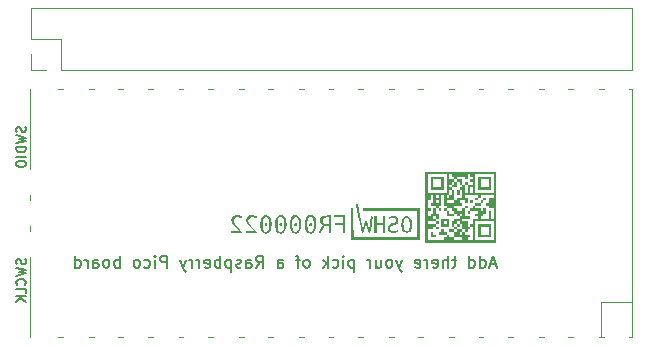
<source format=gbr>
%TF.GenerationSoftware,KiCad,Pcbnew,8.0.6*%
%TF.CreationDate,2024-12-01T10:06:18+07:00*%
%TF.ProjectId,ADC_pHAT_AFE_ADC10080,4144435f-7048-4415-945f-4146455f4144,rev?*%
%TF.SameCoordinates,PX5cbead0PY5705d50*%
%TF.FileFunction,Legend,Bot*%
%TF.FilePolarity,Positive*%
%FSLAX46Y46*%
G04 Gerber Fmt 4.6, Leading zero omitted, Abs format (unit mm)*
G04 Created by KiCad (PCBNEW 8.0.6) date 2024-12-01 10:06:18*
%MOMM*%
%LPD*%
G01*
G04 APERTURE LIST*
%ADD10C,0.150000*%
%ADD11C,0.000000*%
%ADD12C,0.120000*%
G04 APERTURE END LIST*
D10*
X46460839Y7665896D02*
X45984649Y7665896D01*
X46556077Y7380181D02*
X46222744Y8380181D01*
X46222744Y8380181D02*
X45889411Y7380181D01*
X45127506Y7380181D02*
X45127506Y8380181D01*
X45127506Y7427800D02*
X45222744Y7380181D01*
X45222744Y7380181D02*
X45413220Y7380181D01*
X45413220Y7380181D02*
X45508458Y7427800D01*
X45508458Y7427800D02*
X45556077Y7475420D01*
X45556077Y7475420D02*
X45603696Y7570658D01*
X45603696Y7570658D02*
X45603696Y7856372D01*
X45603696Y7856372D02*
X45556077Y7951610D01*
X45556077Y7951610D02*
X45508458Y7999229D01*
X45508458Y7999229D02*
X45413220Y8046848D01*
X45413220Y8046848D02*
X45222744Y8046848D01*
X45222744Y8046848D02*
X45127506Y7999229D01*
X44222744Y7380181D02*
X44222744Y8380181D01*
X44222744Y7427800D02*
X44317982Y7380181D01*
X44317982Y7380181D02*
X44508458Y7380181D01*
X44508458Y7380181D02*
X44603696Y7427800D01*
X44603696Y7427800D02*
X44651315Y7475420D01*
X44651315Y7475420D02*
X44698934Y7570658D01*
X44698934Y7570658D02*
X44698934Y7856372D01*
X44698934Y7856372D02*
X44651315Y7951610D01*
X44651315Y7951610D02*
X44603696Y7999229D01*
X44603696Y7999229D02*
X44508458Y8046848D01*
X44508458Y8046848D02*
X44317982Y8046848D01*
X44317982Y8046848D02*
X44222744Y7999229D01*
X43127505Y8046848D02*
X42746553Y8046848D01*
X42984648Y8380181D02*
X42984648Y7523039D01*
X42984648Y7523039D02*
X42937029Y7427800D01*
X42937029Y7427800D02*
X42841791Y7380181D01*
X42841791Y7380181D02*
X42746553Y7380181D01*
X42413219Y7380181D02*
X42413219Y8380181D01*
X41984648Y7380181D02*
X41984648Y7903991D01*
X41984648Y7903991D02*
X42032267Y7999229D01*
X42032267Y7999229D02*
X42127505Y8046848D01*
X42127505Y8046848D02*
X42270362Y8046848D01*
X42270362Y8046848D02*
X42365600Y7999229D01*
X42365600Y7999229D02*
X42413219Y7951610D01*
X41127505Y7427800D02*
X41222743Y7380181D01*
X41222743Y7380181D02*
X41413219Y7380181D01*
X41413219Y7380181D02*
X41508457Y7427800D01*
X41508457Y7427800D02*
X41556076Y7523039D01*
X41556076Y7523039D02*
X41556076Y7903991D01*
X41556076Y7903991D02*
X41508457Y7999229D01*
X41508457Y7999229D02*
X41413219Y8046848D01*
X41413219Y8046848D02*
X41222743Y8046848D01*
X41222743Y8046848D02*
X41127505Y7999229D01*
X41127505Y7999229D02*
X41079886Y7903991D01*
X41079886Y7903991D02*
X41079886Y7808753D01*
X41079886Y7808753D02*
X41556076Y7713515D01*
X40651314Y7380181D02*
X40651314Y8046848D01*
X40651314Y7856372D02*
X40603695Y7951610D01*
X40603695Y7951610D02*
X40556076Y7999229D01*
X40556076Y7999229D02*
X40460838Y8046848D01*
X40460838Y8046848D02*
X40365600Y8046848D01*
X39651314Y7427800D02*
X39746552Y7380181D01*
X39746552Y7380181D02*
X39937028Y7380181D01*
X39937028Y7380181D02*
X40032266Y7427800D01*
X40032266Y7427800D02*
X40079885Y7523039D01*
X40079885Y7523039D02*
X40079885Y7903991D01*
X40079885Y7903991D02*
X40032266Y7999229D01*
X40032266Y7999229D02*
X39937028Y8046848D01*
X39937028Y8046848D02*
X39746552Y8046848D01*
X39746552Y8046848D02*
X39651314Y7999229D01*
X39651314Y7999229D02*
X39603695Y7903991D01*
X39603695Y7903991D02*
X39603695Y7808753D01*
X39603695Y7808753D02*
X40079885Y7713515D01*
X38508456Y8046848D02*
X38270361Y7380181D01*
X38032266Y8046848D02*
X38270361Y7380181D01*
X38270361Y7380181D02*
X38365599Y7142086D01*
X38365599Y7142086D02*
X38413218Y7094467D01*
X38413218Y7094467D02*
X38508456Y7046848D01*
X37508456Y7380181D02*
X37603694Y7427800D01*
X37603694Y7427800D02*
X37651313Y7475420D01*
X37651313Y7475420D02*
X37698932Y7570658D01*
X37698932Y7570658D02*
X37698932Y7856372D01*
X37698932Y7856372D02*
X37651313Y7951610D01*
X37651313Y7951610D02*
X37603694Y7999229D01*
X37603694Y7999229D02*
X37508456Y8046848D01*
X37508456Y8046848D02*
X37365599Y8046848D01*
X37365599Y8046848D02*
X37270361Y7999229D01*
X37270361Y7999229D02*
X37222742Y7951610D01*
X37222742Y7951610D02*
X37175123Y7856372D01*
X37175123Y7856372D02*
X37175123Y7570658D01*
X37175123Y7570658D02*
X37222742Y7475420D01*
X37222742Y7475420D02*
X37270361Y7427800D01*
X37270361Y7427800D02*
X37365599Y7380181D01*
X37365599Y7380181D02*
X37508456Y7380181D01*
X36317980Y8046848D02*
X36317980Y7380181D01*
X36746551Y8046848D02*
X36746551Y7523039D01*
X36746551Y7523039D02*
X36698932Y7427800D01*
X36698932Y7427800D02*
X36603694Y7380181D01*
X36603694Y7380181D02*
X36460837Y7380181D01*
X36460837Y7380181D02*
X36365599Y7427800D01*
X36365599Y7427800D02*
X36317980Y7475420D01*
X35841789Y7380181D02*
X35841789Y8046848D01*
X35841789Y7856372D02*
X35794170Y7951610D01*
X35794170Y7951610D02*
X35746551Y7999229D01*
X35746551Y7999229D02*
X35651313Y8046848D01*
X35651313Y8046848D02*
X35556075Y8046848D01*
X34460836Y8046848D02*
X34460836Y7046848D01*
X34460836Y7999229D02*
X34365598Y8046848D01*
X34365598Y8046848D02*
X34175122Y8046848D01*
X34175122Y8046848D02*
X34079884Y7999229D01*
X34079884Y7999229D02*
X34032265Y7951610D01*
X34032265Y7951610D02*
X33984646Y7856372D01*
X33984646Y7856372D02*
X33984646Y7570658D01*
X33984646Y7570658D02*
X34032265Y7475420D01*
X34032265Y7475420D02*
X34079884Y7427800D01*
X34079884Y7427800D02*
X34175122Y7380181D01*
X34175122Y7380181D02*
X34365598Y7380181D01*
X34365598Y7380181D02*
X34460836Y7427800D01*
X33556074Y7380181D02*
X33556074Y8046848D01*
X33556074Y8380181D02*
X33603693Y8332562D01*
X33603693Y8332562D02*
X33556074Y8284943D01*
X33556074Y8284943D02*
X33508455Y8332562D01*
X33508455Y8332562D02*
X33556074Y8380181D01*
X33556074Y8380181D02*
X33556074Y8284943D01*
X32651313Y7427800D02*
X32746551Y7380181D01*
X32746551Y7380181D02*
X32937027Y7380181D01*
X32937027Y7380181D02*
X33032265Y7427800D01*
X33032265Y7427800D02*
X33079884Y7475420D01*
X33079884Y7475420D02*
X33127503Y7570658D01*
X33127503Y7570658D02*
X33127503Y7856372D01*
X33127503Y7856372D02*
X33079884Y7951610D01*
X33079884Y7951610D02*
X33032265Y7999229D01*
X33032265Y7999229D02*
X32937027Y8046848D01*
X32937027Y8046848D02*
X32746551Y8046848D01*
X32746551Y8046848D02*
X32651313Y7999229D01*
X32222741Y7380181D02*
X32222741Y8380181D01*
X32127503Y7761134D02*
X31841789Y7380181D01*
X31841789Y8046848D02*
X32222741Y7665896D01*
X30508455Y7380181D02*
X30603693Y7427800D01*
X30603693Y7427800D02*
X30651312Y7475420D01*
X30651312Y7475420D02*
X30698931Y7570658D01*
X30698931Y7570658D02*
X30698931Y7856372D01*
X30698931Y7856372D02*
X30651312Y7951610D01*
X30651312Y7951610D02*
X30603693Y7999229D01*
X30603693Y7999229D02*
X30508455Y8046848D01*
X30508455Y8046848D02*
X30365598Y8046848D01*
X30365598Y8046848D02*
X30270360Y7999229D01*
X30270360Y7999229D02*
X30222741Y7951610D01*
X30222741Y7951610D02*
X30175122Y7856372D01*
X30175122Y7856372D02*
X30175122Y7570658D01*
X30175122Y7570658D02*
X30222741Y7475420D01*
X30222741Y7475420D02*
X30270360Y7427800D01*
X30270360Y7427800D02*
X30365598Y7380181D01*
X30365598Y7380181D02*
X30508455Y7380181D01*
X29889407Y8046848D02*
X29508455Y8046848D01*
X29746550Y7380181D02*
X29746550Y8237324D01*
X29746550Y8237324D02*
X29698931Y8332562D01*
X29698931Y8332562D02*
X29603693Y8380181D01*
X29603693Y8380181D02*
X29508455Y8380181D01*
X27984645Y7380181D02*
X27984645Y7903991D01*
X27984645Y7903991D02*
X28032264Y7999229D01*
X28032264Y7999229D02*
X28127502Y8046848D01*
X28127502Y8046848D02*
X28317978Y8046848D01*
X28317978Y8046848D02*
X28413216Y7999229D01*
X27984645Y7427800D02*
X28079883Y7380181D01*
X28079883Y7380181D02*
X28317978Y7380181D01*
X28317978Y7380181D02*
X28413216Y7427800D01*
X28413216Y7427800D02*
X28460835Y7523039D01*
X28460835Y7523039D02*
X28460835Y7618277D01*
X28460835Y7618277D02*
X28413216Y7713515D01*
X28413216Y7713515D02*
X28317978Y7761134D01*
X28317978Y7761134D02*
X28079883Y7761134D01*
X28079883Y7761134D02*
X27984645Y7808753D01*
X26175121Y7380181D02*
X26508454Y7856372D01*
X26746549Y7380181D02*
X26746549Y8380181D01*
X26746549Y8380181D02*
X26365597Y8380181D01*
X26365597Y8380181D02*
X26270359Y8332562D01*
X26270359Y8332562D02*
X26222740Y8284943D01*
X26222740Y8284943D02*
X26175121Y8189705D01*
X26175121Y8189705D02*
X26175121Y8046848D01*
X26175121Y8046848D02*
X26222740Y7951610D01*
X26222740Y7951610D02*
X26270359Y7903991D01*
X26270359Y7903991D02*
X26365597Y7856372D01*
X26365597Y7856372D02*
X26746549Y7856372D01*
X25317978Y7380181D02*
X25317978Y7903991D01*
X25317978Y7903991D02*
X25365597Y7999229D01*
X25365597Y7999229D02*
X25460835Y8046848D01*
X25460835Y8046848D02*
X25651311Y8046848D01*
X25651311Y8046848D02*
X25746549Y7999229D01*
X25317978Y7427800D02*
X25413216Y7380181D01*
X25413216Y7380181D02*
X25651311Y7380181D01*
X25651311Y7380181D02*
X25746549Y7427800D01*
X25746549Y7427800D02*
X25794168Y7523039D01*
X25794168Y7523039D02*
X25794168Y7618277D01*
X25794168Y7618277D02*
X25746549Y7713515D01*
X25746549Y7713515D02*
X25651311Y7761134D01*
X25651311Y7761134D02*
X25413216Y7761134D01*
X25413216Y7761134D02*
X25317978Y7808753D01*
X24889406Y7427800D02*
X24794168Y7380181D01*
X24794168Y7380181D02*
X24603692Y7380181D01*
X24603692Y7380181D02*
X24508454Y7427800D01*
X24508454Y7427800D02*
X24460835Y7523039D01*
X24460835Y7523039D02*
X24460835Y7570658D01*
X24460835Y7570658D02*
X24508454Y7665896D01*
X24508454Y7665896D02*
X24603692Y7713515D01*
X24603692Y7713515D02*
X24746549Y7713515D01*
X24746549Y7713515D02*
X24841787Y7761134D01*
X24841787Y7761134D02*
X24889406Y7856372D01*
X24889406Y7856372D02*
X24889406Y7903991D01*
X24889406Y7903991D02*
X24841787Y7999229D01*
X24841787Y7999229D02*
X24746549Y8046848D01*
X24746549Y8046848D02*
X24603692Y8046848D01*
X24603692Y8046848D02*
X24508454Y7999229D01*
X24032263Y8046848D02*
X24032263Y7046848D01*
X24032263Y7999229D02*
X23937025Y8046848D01*
X23937025Y8046848D02*
X23746549Y8046848D01*
X23746549Y8046848D02*
X23651311Y7999229D01*
X23651311Y7999229D02*
X23603692Y7951610D01*
X23603692Y7951610D02*
X23556073Y7856372D01*
X23556073Y7856372D02*
X23556073Y7570658D01*
X23556073Y7570658D02*
X23603692Y7475420D01*
X23603692Y7475420D02*
X23651311Y7427800D01*
X23651311Y7427800D02*
X23746549Y7380181D01*
X23746549Y7380181D02*
X23937025Y7380181D01*
X23937025Y7380181D02*
X24032263Y7427800D01*
X23127501Y7380181D02*
X23127501Y8380181D01*
X23127501Y7999229D02*
X23032263Y8046848D01*
X23032263Y8046848D02*
X22841787Y8046848D01*
X22841787Y8046848D02*
X22746549Y7999229D01*
X22746549Y7999229D02*
X22698930Y7951610D01*
X22698930Y7951610D02*
X22651311Y7856372D01*
X22651311Y7856372D02*
X22651311Y7570658D01*
X22651311Y7570658D02*
X22698930Y7475420D01*
X22698930Y7475420D02*
X22746549Y7427800D01*
X22746549Y7427800D02*
X22841787Y7380181D01*
X22841787Y7380181D02*
X23032263Y7380181D01*
X23032263Y7380181D02*
X23127501Y7427800D01*
X21841787Y7427800D02*
X21937025Y7380181D01*
X21937025Y7380181D02*
X22127501Y7380181D01*
X22127501Y7380181D02*
X22222739Y7427800D01*
X22222739Y7427800D02*
X22270358Y7523039D01*
X22270358Y7523039D02*
X22270358Y7903991D01*
X22270358Y7903991D02*
X22222739Y7999229D01*
X22222739Y7999229D02*
X22127501Y8046848D01*
X22127501Y8046848D02*
X21937025Y8046848D01*
X21937025Y8046848D02*
X21841787Y7999229D01*
X21841787Y7999229D02*
X21794168Y7903991D01*
X21794168Y7903991D02*
X21794168Y7808753D01*
X21794168Y7808753D02*
X22270358Y7713515D01*
X21365596Y7380181D02*
X21365596Y8046848D01*
X21365596Y7856372D02*
X21317977Y7951610D01*
X21317977Y7951610D02*
X21270358Y7999229D01*
X21270358Y7999229D02*
X21175120Y8046848D01*
X21175120Y8046848D02*
X21079882Y8046848D01*
X20746548Y7380181D02*
X20746548Y8046848D01*
X20746548Y7856372D02*
X20698929Y7951610D01*
X20698929Y7951610D02*
X20651310Y7999229D01*
X20651310Y7999229D02*
X20556072Y8046848D01*
X20556072Y8046848D02*
X20460834Y8046848D01*
X20222738Y8046848D02*
X19984643Y7380181D01*
X19746548Y8046848D02*
X19984643Y7380181D01*
X19984643Y7380181D02*
X20079881Y7142086D01*
X20079881Y7142086D02*
X20127500Y7094467D01*
X20127500Y7094467D02*
X20222738Y7046848D01*
X18603690Y7380181D02*
X18603690Y8380181D01*
X18603690Y8380181D02*
X18222738Y8380181D01*
X18222738Y8380181D02*
X18127500Y8332562D01*
X18127500Y8332562D02*
X18079881Y8284943D01*
X18079881Y8284943D02*
X18032262Y8189705D01*
X18032262Y8189705D02*
X18032262Y8046848D01*
X18032262Y8046848D02*
X18079881Y7951610D01*
X18079881Y7951610D02*
X18127500Y7903991D01*
X18127500Y7903991D02*
X18222738Y7856372D01*
X18222738Y7856372D02*
X18603690Y7856372D01*
X17603690Y7380181D02*
X17603690Y8046848D01*
X17603690Y8380181D02*
X17651309Y8332562D01*
X17651309Y8332562D02*
X17603690Y8284943D01*
X17603690Y8284943D02*
X17556071Y8332562D01*
X17556071Y8332562D02*
X17603690Y8380181D01*
X17603690Y8380181D02*
X17603690Y8284943D01*
X16698929Y7427800D02*
X16794167Y7380181D01*
X16794167Y7380181D02*
X16984643Y7380181D01*
X16984643Y7380181D02*
X17079881Y7427800D01*
X17079881Y7427800D02*
X17127500Y7475420D01*
X17127500Y7475420D02*
X17175119Y7570658D01*
X17175119Y7570658D02*
X17175119Y7856372D01*
X17175119Y7856372D02*
X17127500Y7951610D01*
X17127500Y7951610D02*
X17079881Y7999229D01*
X17079881Y7999229D02*
X16984643Y8046848D01*
X16984643Y8046848D02*
X16794167Y8046848D01*
X16794167Y8046848D02*
X16698929Y7999229D01*
X16127500Y7380181D02*
X16222738Y7427800D01*
X16222738Y7427800D02*
X16270357Y7475420D01*
X16270357Y7475420D02*
X16317976Y7570658D01*
X16317976Y7570658D02*
X16317976Y7856372D01*
X16317976Y7856372D02*
X16270357Y7951610D01*
X16270357Y7951610D02*
X16222738Y7999229D01*
X16222738Y7999229D02*
X16127500Y8046848D01*
X16127500Y8046848D02*
X15984643Y8046848D01*
X15984643Y8046848D02*
X15889405Y7999229D01*
X15889405Y7999229D02*
X15841786Y7951610D01*
X15841786Y7951610D02*
X15794167Y7856372D01*
X15794167Y7856372D02*
X15794167Y7570658D01*
X15794167Y7570658D02*
X15841786Y7475420D01*
X15841786Y7475420D02*
X15889405Y7427800D01*
X15889405Y7427800D02*
X15984643Y7380181D01*
X15984643Y7380181D02*
X16127500Y7380181D01*
X14603690Y7380181D02*
X14603690Y8380181D01*
X14603690Y7999229D02*
X14508452Y8046848D01*
X14508452Y8046848D02*
X14317976Y8046848D01*
X14317976Y8046848D02*
X14222738Y7999229D01*
X14222738Y7999229D02*
X14175119Y7951610D01*
X14175119Y7951610D02*
X14127500Y7856372D01*
X14127500Y7856372D02*
X14127500Y7570658D01*
X14127500Y7570658D02*
X14175119Y7475420D01*
X14175119Y7475420D02*
X14222738Y7427800D01*
X14222738Y7427800D02*
X14317976Y7380181D01*
X14317976Y7380181D02*
X14508452Y7380181D01*
X14508452Y7380181D02*
X14603690Y7427800D01*
X13556071Y7380181D02*
X13651309Y7427800D01*
X13651309Y7427800D02*
X13698928Y7475420D01*
X13698928Y7475420D02*
X13746547Y7570658D01*
X13746547Y7570658D02*
X13746547Y7856372D01*
X13746547Y7856372D02*
X13698928Y7951610D01*
X13698928Y7951610D02*
X13651309Y7999229D01*
X13651309Y7999229D02*
X13556071Y8046848D01*
X13556071Y8046848D02*
X13413214Y8046848D01*
X13413214Y8046848D02*
X13317976Y7999229D01*
X13317976Y7999229D02*
X13270357Y7951610D01*
X13270357Y7951610D02*
X13222738Y7856372D01*
X13222738Y7856372D02*
X13222738Y7570658D01*
X13222738Y7570658D02*
X13270357Y7475420D01*
X13270357Y7475420D02*
X13317976Y7427800D01*
X13317976Y7427800D02*
X13413214Y7380181D01*
X13413214Y7380181D02*
X13556071Y7380181D01*
X12365595Y7380181D02*
X12365595Y7903991D01*
X12365595Y7903991D02*
X12413214Y7999229D01*
X12413214Y7999229D02*
X12508452Y8046848D01*
X12508452Y8046848D02*
X12698928Y8046848D01*
X12698928Y8046848D02*
X12794166Y7999229D01*
X12365595Y7427800D02*
X12460833Y7380181D01*
X12460833Y7380181D02*
X12698928Y7380181D01*
X12698928Y7380181D02*
X12794166Y7427800D01*
X12794166Y7427800D02*
X12841785Y7523039D01*
X12841785Y7523039D02*
X12841785Y7618277D01*
X12841785Y7618277D02*
X12794166Y7713515D01*
X12794166Y7713515D02*
X12698928Y7761134D01*
X12698928Y7761134D02*
X12460833Y7761134D01*
X12460833Y7761134D02*
X12365595Y7808753D01*
X11889404Y7380181D02*
X11889404Y8046848D01*
X11889404Y7856372D02*
X11841785Y7951610D01*
X11841785Y7951610D02*
X11794166Y7999229D01*
X11794166Y7999229D02*
X11698928Y8046848D01*
X11698928Y8046848D02*
X11603690Y8046848D01*
X10841785Y7380181D02*
X10841785Y8380181D01*
X10841785Y7427800D02*
X10937023Y7380181D01*
X10937023Y7380181D02*
X11127499Y7380181D01*
X11127499Y7380181D02*
X11222737Y7427800D01*
X11222737Y7427800D02*
X11270356Y7475420D01*
X11270356Y7475420D02*
X11317975Y7570658D01*
X11317975Y7570658D02*
X11317975Y7856372D01*
X11317975Y7856372D02*
X11270356Y7951610D01*
X11270356Y7951610D02*
X11222737Y7999229D01*
X11222737Y7999229D02*
X11127499Y8046848D01*
X11127499Y8046848D02*
X10937023Y8046848D01*
X10937023Y8046848D02*
X10841785Y7999229D01*
X6624200Y8109525D02*
X6662295Y7995239D01*
X6662295Y7995239D02*
X6662295Y7804763D01*
X6662295Y7804763D02*
X6624200Y7728572D01*
X6624200Y7728572D02*
X6586104Y7690477D01*
X6586104Y7690477D02*
X6509914Y7652382D01*
X6509914Y7652382D02*
X6433723Y7652382D01*
X6433723Y7652382D02*
X6357533Y7690477D01*
X6357533Y7690477D02*
X6319438Y7728572D01*
X6319438Y7728572D02*
X6281342Y7804763D01*
X6281342Y7804763D02*
X6243247Y7957144D01*
X6243247Y7957144D02*
X6205152Y8033334D01*
X6205152Y8033334D02*
X6167057Y8071429D01*
X6167057Y8071429D02*
X6090866Y8109525D01*
X6090866Y8109525D02*
X6014676Y8109525D01*
X6014676Y8109525D02*
X5938485Y8071429D01*
X5938485Y8071429D02*
X5900390Y8033334D01*
X5900390Y8033334D02*
X5862295Y7957144D01*
X5862295Y7957144D02*
X5862295Y7766667D01*
X5862295Y7766667D02*
X5900390Y7652382D01*
X5862295Y7385715D02*
X6662295Y7195239D01*
X6662295Y7195239D02*
X6090866Y7042858D01*
X6090866Y7042858D02*
X6662295Y6890477D01*
X6662295Y6890477D02*
X5862295Y6700000D01*
X6586104Y5938095D02*
X6624200Y5976191D01*
X6624200Y5976191D02*
X6662295Y6090476D01*
X6662295Y6090476D02*
X6662295Y6166667D01*
X6662295Y6166667D02*
X6624200Y6280953D01*
X6624200Y6280953D02*
X6548009Y6357143D01*
X6548009Y6357143D02*
X6471819Y6395238D01*
X6471819Y6395238D02*
X6319438Y6433334D01*
X6319438Y6433334D02*
X6205152Y6433334D01*
X6205152Y6433334D02*
X6052771Y6395238D01*
X6052771Y6395238D02*
X5976580Y6357143D01*
X5976580Y6357143D02*
X5900390Y6280953D01*
X5900390Y6280953D02*
X5862295Y6166667D01*
X5862295Y6166667D02*
X5862295Y6090476D01*
X5862295Y6090476D02*
X5900390Y5976191D01*
X5900390Y5976191D02*
X5938485Y5938095D01*
X6662295Y5214286D02*
X6662295Y5595238D01*
X6662295Y5595238D02*
X5862295Y5595238D01*
X6662295Y4947619D02*
X5862295Y4947619D01*
X6662295Y4490476D02*
X6205152Y4833334D01*
X5862295Y4490476D02*
X6319438Y4947619D01*
X6624200Y19295239D02*
X6662295Y19180953D01*
X6662295Y19180953D02*
X6662295Y18990477D01*
X6662295Y18990477D02*
X6624200Y18914286D01*
X6624200Y18914286D02*
X6586104Y18876191D01*
X6586104Y18876191D02*
X6509914Y18838096D01*
X6509914Y18838096D02*
X6433723Y18838096D01*
X6433723Y18838096D02*
X6357533Y18876191D01*
X6357533Y18876191D02*
X6319438Y18914286D01*
X6319438Y18914286D02*
X6281342Y18990477D01*
X6281342Y18990477D02*
X6243247Y19142858D01*
X6243247Y19142858D02*
X6205152Y19219048D01*
X6205152Y19219048D02*
X6167057Y19257143D01*
X6167057Y19257143D02*
X6090866Y19295239D01*
X6090866Y19295239D02*
X6014676Y19295239D01*
X6014676Y19295239D02*
X5938485Y19257143D01*
X5938485Y19257143D02*
X5900390Y19219048D01*
X5900390Y19219048D02*
X5862295Y19142858D01*
X5862295Y19142858D02*
X5862295Y18952381D01*
X5862295Y18952381D02*
X5900390Y18838096D01*
X5862295Y18571429D02*
X6662295Y18380953D01*
X6662295Y18380953D02*
X6090866Y18228572D01*
X6090866Y18228572D02*
X6662295Y18076191D01*
X6662295Y18076191D02*
X5862295Y17885714D01*
X6662295Y17580952D02*
X5862295Y17580952D01*
X5862295Y17580952D02*
X5862295Y17390476D01*
X5862295Y17390476D02*
X5900390Y17276190D01*
X5900390Y17276190D02*
X5976580Y17200000D01*
X5976580Y17200000D02*
X6052771Y17161905D01*
X6052771Y17161905D02*
X6205152Y17123809D01*
X6205152Y17123809D02*
X6319438Y17123809D01*
X6319438Y17123809D02*
X6471819Y17161905D01*
X6471819Y17161905D02*
X6548009Y17200000D01*
X6548009Y17200000D02*
X6624200Y17276190D01*
X6624200Y17276190D02*
X6662295Y17390476D01*
X6662295Y17390476D02*
X6662295Y17580952D01*
X6662295Y16780952D02*
X5862295Y16780952D01*
X5862295Y16247619D02*
X5862295Y16095238D01*
X5862295Y16095238D02*
X5900390Y16019048D01*
X5900390Y16019048D02*
X5976580Y15942857D01*
X5976580Y15942857D02*
X6128961Y15904762D01*
X6128961Y15904762D02*
X6395628Y15904762D01*
X6395628Y15904762D02*
X6548009Y15942857D01*
X6548009Y15942857D02*
X6624200Y16019048D01*
X6624200Y16019048D02*
X6662295Y16095238D01*
X6662295Y16095238D02*
X6662295Y16247619D01*
X6662295Y16247619D02*
X6624200Y16323810D01*
X6624200Y16323810D02*
X6548009Y16400000D01*
X6548009Y16400000D02*
X6395628Y16438096D01*
X6395628Y16438096D02*
X6128961Y16438096D01*
X6128961Y16438096D02*
X5976580Y16400000D01*
X5976580Y16400000D02*
X5900390Y16323810D01*
X5900390Y16323810D02*
X5862295Y16247619D01*
D11*
%TO.C,G\u002A\u002A\u002A*%
G36*
X34401745Y11181802D02*
G01*
X34409666Y9961814D01*
X37092124Y9961814D01*
X39774582Y9961814D01*
X39782533Y11075716D01*
X39790484Y12189618D01*
X37501686Y12189618D01*
X35212888Y12189618D01*
X35212888Y12295704D01*
X35212888Y12401790D01*
X37607399Y12401790D01*
X40001909Y12401790D01*
X40001909Y11068138D01*
X40001909Y9734487D01*
X37092124Y9734487D01*
X34182339Y9734487D01*
X34182339Y11068138D01*
X34182339Y12401790D01*
X34288081Y12401790D01*
X34393823Y12401790D01*
X34401745Y11181802D01*
G37*
G36*
X31242091Y10824584D02*
G01*
X31226681Y10734704D01*
X31167672Y10538102D01*
X31081557Y10392974D01*
X30969289Y10301151D01*
X30940509Y10288095D01*
X30802720Y10259386D01*
X30656918Y10271199D01*
X30530780Y10322208D01*
X30482126Y10363534D01*
X30403092Y10480042D01*
X30342352Y10637626D01*
X30302860Y10824575D01*
X30292585Y10962052D01*
X30491173Y10962052D01*
X30496209Y10875340D01*
X30518200Y10695201D01*
X30555391Y10565356D01*
X30610171Y10479249D01*
X30684929Y10430321D01*
X30751201Y10408171D01*
X30801454Y10408110D01*
X30869356Y10431980D01*
X30887293Y10440325D01*
X30955122Y10501234D01*
X31004187Y10604818D01*
X31036407Y10756587D01*
X31053696Y10962052D01*
X31055091Y10997997D01*
X31050663Y11239972D01*
X31019960Y11429160D01*
X30963205Y11564996D01*
X30880622Y11646912D01*
X30772434Y11674344D01*
X30756656Y11673862D01*
X30651844Y11639188D01*
X30572666Y11550104D01*
X30519346Y11407176D01*
X30492107Y11210970D01*
X30491173Y10962052D01*
X30292585Y10962052D01*
X30287568Y11029178D01*
X30299429Y11239724D01*
X30308638Y11305008D01*
X30350400Y11489742D01*
X30412147Y11629491D01*
X30498178Y11734964D01*
X30525629Y11758522D01*
X30583268Y11791457D01*
X30658573Y11806900D01*
X30772886Y11810740D01*
X30858647Y11809190D01*
X30939911Y11798597D01*
X30998859Y11771980D01*
X31057581Y11722492D01*
X31128176Y11633240D01*
X31199735Y11474109D01*
X31244122Y11278757D01*
X31259014Y11058482D01*
X31254638Y10997997D01*
X31242091Y10824584D01*
G37*
G36*
X29994520Y10947449D02*
G01*
X29967937Y10711303D01*
X29907004Y10522435D01*
X29812159Y10382027D01*
X29683836Y10291261D01*
X29663189Y10282926D01*
X29531982Y10261349D01*
X29392677Y10278851D01*
X29274701Y10332470D01*
X29242342Y10362005D01*
X29178377Y10442747D01*
X29120525Y10539284D01*
X29111624Y10557146D01*
X29081611Y10625693D01*
X29062144Y10694454D01*
X29050996Y10778525D01*
X29045940Y10893003D01*
X29044749Y11052983D01*
X29230534Y11052983D01*
X29231251Y10978412D01*
X29243051Y10785999D01*
X29271045Y10641506D01*
X29317441Y10536465D01*
X29384444Y10462407D01*
X29384543Y10462329D01*
X29454758Y10419233D01*
X29514559Y10401313D01*
X29548227Y10406519D01*
X29631200Y10453116D01*
X29707734Y10535121D01*
X29761229Y10636691D01*
X29769279Y10666433D01*
X29785023Y10769239D01*
X29795604Y10904589D01*
X29799240Y11052983D01*
X29797696Y11134770D01*
X29778173Y11344226D01*
X29736928Y11503407D01*
X29674779Y11609912D01*
X29592539Y11661344D01*
X29530552Y11671679D01*
X29421150Y11654713D01*
X29336973Y11585244D01*
X29277495Y11462389D01*
X29242191Y11285263D01*
X29230534Y11052983D01*
X29044749Y11052983D01*
X29044761Y11073395D01*
X29046408Y11228985D01*
X29052327Y11340723D01*
X29064655Y11423691D01*
X29085529Y11492970D01*
X29117085Y11563642D01*
X29134604Y11597091D01*
X29233611Y11725873D01*
X29358902Y11801168D01*
X29514559Y11825668D01*
X29574701Y11822662D01*
X29718172Y11782866D01*
X29830531Y11695451D01*
X29912982Y11558668D01*
X29966728Y11370765D01*
X29992973Y11129993D01*
X29993626Y11052983D01*
X29994520Y10947449D01*
G37*
G36*
X28726340Y10824584D02*
G01*
X28710929Y10734704D01*
X28651920Y10538102D01*
X28565805Y10392974D01*
X28453537Y10301151D01*
X28424758Y10288095D01*
X28286968Y10259386D01*
X28141166Y10271199D01*
X28015028Y10322208D01*
X27966374Y10363534D01*
X27887340Y10480042D01*
X27826601Y10637626D01*
X27787108Y10824575D01*
X27776833Y10962052D01*
X27975421Y10962052D01*
X27980457Y10875340D01*
X28002448Y10695201D01*
X28039639Y10565356D01*
X28094419Y10479249D01*
X28169177Y10430321D01*
X28235449Y10408171D01*
X28285702Y10408110D01*
X28353604Y10431980D01*
X28371541Y10440325D01*
X28439370Y10501234D01*
X28488435Y10604818D01*
X28520655Y10756587D01*
X28537944Y10962052D01*
X28539339Y10997997D01*
X28534911Y11239972D01*
X28504208Y11429160D01*
X28447453Y11564996D01*
X28364870Y11646912D01*
X28256683Y11674344D01*
X28240904Y11673862D01*
X28136092Y11639188D01*
X28056914Y11550104D01*
X28003594Y11407176D01*
X27976355Y11210970D01*
X27975421Y10962052D01*
X27776833Y10962052D01*
X27771816Y11029178D01*
X27783677Y11239724D01*
X27792887Y11305008D01*
X27834648Y11489742D01*
X27896395Y11629491D01*
X27982426Y11734964D01*
X28009877Y11758522D01*
X28067517Y11791457D01*
X28142822Y11806900D01*
X28257134Y11810740D01*
X28342895Y11809190D01*
X28424159Y11798597D01*
X28483107Y11771980D01*
X28541830Y11722492D01*
X28612424Y11633240D01*
X28683983Y11474109D01*
X28728370Y11278757D01*
X28743263Y11058482D01*
X28738887Y10997997D01*
X28726340Y10824584D01*
G37*
G36*
X27478769Y10947449D02*
G01*
X27452185Y10711303D01*
X27391252Y10522435D01*
X27296407Y10382027D01*
X27168084Y10291261D01*
X27147437Y10282926D01*
X27016230Y10261349D01*
X26876926Y10278851D01*
X26758949Y10332470D01*
X26726590Y10362005D01*
X26662625Y10442747D01*
X26604773Y10539284D01*
X26595872Y10557146D01*
X26565859Y10625693D01*
X26546392Y10694454D01*
X26535244Y10778525D01*
X26530188Y10893003D01*
X26528998Y11052983D01*
X26714782Y11052983D01*
X26715499Y10978412D01*
X26727299Y10785999D01*
X26755294Y10641506D01*
X26801689Y10536465D01*
X26868692Y10462407D01*
X26868791Y10462329D01*
X26939007Y10419233D01*
X26998807Y10401313D01*
X27032476Y10406519D01*
X27115448Y10453116D01*
X27191982Y10535121D01*
X27245478Y10636691D01*
X27253527Y10666433D01*
X27269272Y10769239D01*
X27279852Y10904589D01*
X27283488Y11052983D01*
X27281944Y11134770D01*
X27262421Y11344226D01*
X27221177Y11503407D01*
X27159027Y11609912D01*
X27076787Y11661344D01*
X27014800Y11671679D01*
X26905398Y11654713D01*
X26821221Y11585244D01*
X26761743Y11462389D01*
X26726439Y11285263D01*
X26714782Y11052983D01*
X26528998Y11052983D01*
X26529010Y11073395D01*
X26530656Y11228985D01*
X26536575Y11340723D01*
X26548903Y11423691D01*
X26569777Y11492970D01*
X26601333Y11563642D01*
X26618852Y11597091D01*
X26717859Y11725873D01*
X26843150Y11801168D01*
X26998807Y11825668D01*
X27058949Y11822662D01*
X27202420Y11782866D01*
X27314780Y11695451D01*
X27397230Y11558668D01*
X27450976Y11370765D01*
X27477221Y11129993D01*
X27477874Y11052983D01*
X27478769Y10947449D01*
G37*
G36*
X33667064Y11052983D02*
G01*
X33667064Y10280072D01*
X33576134Y10280072D01*
X33485203Y10280072D01*
X33485203Y10643795D01*
X33485203Y11007518D01*
X33166945Y11007518D01*
X32848687Y11007518D01*
X32848687Y11098449D01*
X32848687Y11189379D01*
X33166945Y11189379D01*
X33485203Y11189379D01*
X33485203Y11416706D01*
X33485203Y11644033D01*
X33136635Y11644033D01*
X32788067Y11644033D01*
X32788067Y11734964D01*
X32788067Y11825895D01*
X33227566Y11825895D01*
X33667064Y11825895D01*
X33667064Y11052983D01*
G37*
G36*
X32515275Y11041266D02*
G01*
X32515275Y10280072D01*
X32409189Y10280072D01*
X32303103Y10280072D01*
X32303103Y10598329D01*
X32303103Y10916587D01*
X32150174Y10916587D01*
X32119413Y10916013D01*
X32027703Y10902757D01*
X31952795Y10865576D01*
X31885830Y10796030D01*
X31817950Y10685679D01*
X31740295Y10526082D01*
X31687384Y10412705D01*
X31647216Y10338582D01*
X31613157Y10298922D01*
X31575859Y10282996D01*
X31525973Y10280072D01*
X31515774Y10280161D01*
X31450707Y10285947D01*
X31424105Y10297990D01*
X31425184Y10306429D01*
X31447964Y10366665D01*
X31494201Y10459819D01*
X31555778Y10571954D01*
X31624576Y10689131D01*
X31692478Y10797413D01*
X31751365Y10882863D01*
X31793120Y10931544D01*
X31813092Y10948947D01*
X31851024Y10992836D01*
X31836097Y11007518D01*
X31823542Y11009554D01*
X31764013Y11039119D01*
X31693481Y11092671D01*
X31645198Y11146317D01*
X31589947Y11267323D01*
X31583193Y11364902D01*
X31787789Y11364902D01*
X31803574Y11252977D01*
X31857832Y11164491D01*
X31881832Y11145142D01*
X31975194Y11103711D01*
X32115470Y11079114D01*
X32303103Y11059503D01*
X32303103Y11351768D01*
X32303103Y11644033D01*
X32204594Y11643864D01*
X32153974Y11641864D01*
X32018874Y11618430D01*
X31905959Y11573897D01*
X31834187Y11514870D01*
X31812147Y11475536D01*
X31787789Y11364902D01*
X31583193Y11364902D01*
X31580698Y11400955D01*
X31614966Y11532819D01*
X31690266Y11648521D01*
X31804115Y11733668D01*
X31817462Y11739365D01*
X31907704Y11761692D01*
X32041379Y11779273D01*
X32204594Y11790149D01*
X32515275Y11802460D01*
X32515275Y11351768D01*
X32515275Y11041266D01*
G37*
G36*
X25887055Y11827902D02*
G01*
X26007500Y11810215D01*
X26101418Y11783735D01*
X26160543Y11754841D01*
X26200938Y11711907D01*
X26210740Y11645580D01*
X26210736Y11643337D01*
X26207165Y11579531D01*
X26198895Y11553103D01*
X26187832Y11556375D01*
X26134531Y11577958D01*
X26054921Y11613057D01*
X25996916Y11636652D01*
X25844864Y11671627D01*
X25712279Y11664155D01*
X25607389Y11617218D01*
X25538421Y11533798D01*
X25513604Y11416877D01*
X25516820Y11364851D01*
X25538327Y11278018D01*
X25584406Y11182766D01*
X25660119Y11070996D01*
X25770529Y10934609D01*
X25920697Y10765505D01*
X25992563Y10685877D01*
X26095717Y10565879D01*
X26163042Y10476956D01*
X26199671Y10411997D01*
X26210740Y10363894D01*
X26210740Y10280072D01*
X25756086Y10280072D01*
X25301432Y10280072D01*
X25301432Y10370010D01*
X25301432Y10459948D01*
X25634837Y10468518D01*
X25968242Y10477088D01*
X25694925Y10780191D01*
X25627549Y10855993D01*
X25484894Y11028310D01*
X25385205Y11172468D01*
X25325541Y11295726D01*
X25302956Y11405340D01*
X25314508Y11508567D01*
X25357252Y11612666D01*
X25378321Y11647315D01*
X25484515Y11750198D01*
X25632028Y11812512D01*
X25815946Y11831910D01*
X25887055Y11827902D01*
G37*
G36*
X24656387Y11824436D02*
G01*
X24808890Y11794499D01*
X24837053Y11785770D01*
X24903727Y11757532D01*
X24931902Y11720019D01*
X24937709Y11655873D01*
X24937709Y11556066D01*
X24808890Y11614539D01*
X24755074Y11636626D01*
X24601859Y11672784D01*
X24468235Y11665668D01*
X24362267Y11618249D01*
X24292027Y11533500D01*
X24265580Y11414393D01*
X24266081Y11376001D01*
X24275370Y11304745D01*
X24300184Y11233473D01*
X24345896Y11153520D01*
X24417879Y11056223D01*
X24521507Y10932918D01*
X24662151Y10774942D01*
X24706941Y10725020D01*
X24826904Y10586186D01*
X24907853Y10482244D01*
X24953616Y10407979D01*
X24968019Y10358176D01*
X24968019Y10280072D01*
X24513365Y10280072D01*
X24058711Y10280072D01*
X24058711Y10370010D01*
X24058711Y10459948D01*
X24388626Y10468518D01*
X24718541Y10477088D01*
X24446965Y10778294D01*
X24435658Y10790876D01*
X24328899Y10913750D01*
X24233528Y11030290D01*
X24159569Y11127867D01*
X24117050Y11193852D01*
X24085845Y11269044D01*
X24061951Y11422224D01*
X24087394Y11567102D01*
X24158829Y11691059D01*
X24272909Y11781477D01*
X24353389Y11810194D01*
X24496840Y11829481D01*
X24656387Y11824436D01*
G37*
G36*
X37891177Y11729128D02*
G01*
X37963375Y11706509D01*
X38086512Y11628546D01*
X38168999Y11517650D01*
X38204179Y11384859D01*
X38185396Y11241214D01*
X38182448Y11232592D01*
X38138457Y11149178D01*
X38066293Y11083228D01*
X37955198Y11027399D01*
X37794414Y10974347D01*
X37747134Y10960464D01*
X37633260Y10920255D01*
X37562410Y10877747D01*
X37521936Y10823192D01*
X37499190Y10746842D01*
X37496178Y10729624D01*
X37501713Y10649419D01*
X37551556Y10571941D01*
X37586124Y10537807D01*
X37695916Y10481728D01*
X37835789Y10474293D01*
X38009381Y10515053D01*
X38183294Y10573766D01*
X38183294Y10486588D01*
X38182834Y10465534D01*
X38172307Y10417683D01*
X38138458Y10386693D01*
X38068944Y10365039D01*
X37951423Y10345193D01*
X37891749Y10337750D01*
X37694984Y10337150D01*
X37539460Y10378607D01*
X37426604Y10461195D01*
X37357844Y10583985D01*
X37334606Y10746050D01*
X37344045Y10838801D01*
X37398799Y10959910D01*
X37504370Y11051286D01*
X37663065Y11115522D01*
X37778590Y11148695D01*
X37890691Y11186298D01*
X37961461Y11220396D01*
X38001213Y11256296D01*
X38020259Y11299302D01*
X38029447Y11378543D01*
X38001813Y11481892D01*
X37931605Y11557866D01*
X37827995Y11601137D01*
X37700155Y11606377D01*
X37557258Y11568258D01*
X37538154Y11560441D01*
X37464948Y11533623D01*
X37421835Y11522792D01*
X37403323Y11540718D01*
X37395835Y11592747D01*
X37403478Y11651674D01*
X37425619Y11689549D01*
X37460771Y11704589D01*
X37556182Y11725370D01*
X37675252Y11737707D01*
X37794684Y11739620D01*
X37891177Y11729128D01*
G37*
G36*
X39350239Y11037828D02*
G01*
X39350213Y11007497D01*
X39348507Y10860939D01*
X39342427Y10757347D01*
X39329613Y10681653D01*
X39307701Y10618790D01*
X39274329Y10553692D01*
X39246610Y10509121D01*
X39182115Y10428710D01*
X39122777Y10379855D01*
X39072147Y10360786D01*
X38945752Y10343032D01*
X38810726Y10351861D01*
X38697360Y10386782D01*
X38672263Y10402866D01*
X38600761Y10472628D01*
X38540011Y10561066D01*
X38512539Y10618397D01*
X38491481Y10684674D01*
X38479056Y10766711D01*
X38473116Y10879449D01*
X38471515Y11037828D01*
X38471914Y11053183D01*
X38638671Y11053183D01*
X38643475Y10905040D01*
X38666209Y10736264D01*
X38709255Y10613648D01*
X38774447Y10530131D01*
X38833244Y10487871D01*
X38920254Y10466741D01*
X39020946Y10497384D01*
X39034684Y10504706D01*
X39093086Y10558856D01*
X39134281Y10647452D01*
X39161119Y10779012D01*
X39176453Y10962052D01*
X39176623Y11183741D01*
X39150755Y11370312D01*
X39098424Y11504853D01*
X39020043Y11586334D01*
X38916023Y11613723D01*
X38847502Y11602646D01*
X38757532Y11540712D01*
X38691853Y11426705D01*
X38651791Y11263303D01*
X38638671Y11053183D01*
X38471914Y11053183D01*
X38476475Y11228675D01*
X38495763Y11391213D01*
X38532704Y11514209D01*
X38590560Y11608134D01*
X38672593Y11683463D01*
X38678983Y11687927D01*
X38784902Y11730108D01*
X38915957Y11743425D01*
X39046002Y11727876D01*
X39148887Y11683463D01*
X39224322Y11615782D01*
X39284306Y11523978D01*
X39323111Y11404027D01*
X39344001Y11245466D01*
X39345855Y11183741D01*
X39350239Y11037828D01*
G37*
G36*
X36364678Y11447017D02*
G01*
X36364678Y11159069D01*
X36622315Y11159069D01*
X36879952Y11159069D01*
X36879952Y11447017D01*
X36879952Y11734964D01*
X36970883Y11734964D01*
X37061814Y11734964D01*
X37061814Y11037828D01*
X37061814Y10340692D01*
X36970883Y10340692D01*
X36879952Y10340692D01*
X36879952Y10674105D01*
X36879952Y11007518D01*
X36622315Y11007518D01*
X36364678Y11007518D01*
X36364678Y10674105D01*
X36364678Y10340692D01*
X36273747Y10340692D01*
X36182816Y10340692D01*
X36182816Y11037828D01*
X36182816Y11734964D01*
X36273747Y11734964D01*
X36364678Y11734964D01*
X36364678Y11447017D01*
G37*
G36*
X34690036Y12759949D02*
G01*
X34773389Y12750358D01*
X34987922Y11719809D01*
X35029450Y11520826D01*
X35077491Y11291939D01*
X35120849Y11086782D01*
X35158005Y10912482D01*
X35187436Y10776164D01*
X35207623Y10684956D01*
X35217045Y10645984D01*
X35217717Y10644495D01*
X35229976Y10660863D01*
X35250810Y10726056D01*
X35277481Y10830405D01*
X35307246Y10964242D01*
X35382857Y11325776D01*
X35478694Y11335196D01*
X35518591Y11337438D01*
X35568046Y11323315D01*
X35590525Y11274576D01*
X35594475Y11257050D01*
X35611901Y11178264D01*
X35636593Y11065525D01*
X35664554Y10937055D01*
X35677450Y10878757D01*
X35703302Y10768794D01*
X35723969Y10689934D01*
X35735865Y10656299D01*
X35739545Y10662943D01*
X35750180Y10716375D01*
X35764869Y10814577D01*
X35782183Y10947636D01*
X35800691Y11105641D01*
X35823672Y11310671D01*
X35842403Y11468889D01*
X35858114Y11581891D01*
X35872706Y11657286D01*
X35888080Y11702683D01*
X35906136Y11725689D01*
X35928775Y11733913D01*
X35957898Y11734964D01*
X36007591Y11725390D01*
X36031558Y11681921D01*
X36031077Y11673037D01*
X36024029Y11610230D01*
X36009610Y11500373D01*
X35989149Y11353095D01*
X35963973Y11178023D01*
X35935410Y10984785D01*
X35838967Y10340692D01*
X35758333Y10340692D01*
X35725564Y10342916D01*
X35699612Y10356138D01*
X35677805Y10390009D01*
X35655892Y10454176D01*
X35629622Y10558288D01*
X35594745Y10711993D01*
X35592777Y10720794D01*
X35559841Y10865775D01*
X35530523Y10990825D01*
X35507949Y11082851D01*
X35495244Y11128759D01*
X35492047Y11131122D01*
X35475696Y11100484D01*
X35450257Y11023164D01*
X35418539Y10908302D01*
X35383356Y10765036D01*
X35376471Y10735522D01*
X35339720Y10581217D01*
X35311669Y10475203D01*
X35288386Y10408103D01*
X35265937Y10370542D01*
X35240390Y10353142D01*
X35207812Y10346529D01*
X35191711Y10344924D01*
X35154362Y10348576D01*
X35128760Y10374683D01*
X35106981Y10435567D01*
X35081103Y10543546D01*
X35076178Y10565455D01*
X35047414Y10694883D01*
X35011209Y10859596D01*
X34969258Y11051718D01*
X34923256Y11263374D01*
X34874899Y11486686D01*
X34825881Y11713779D01*
X34777899Y11936775D01*
X34732647Y12147798D01*
X34691821Y12338972D01*
X34657116Y12502421D01*
X34630228Y12630267D01*
X34612851Y12714635D01*
X34606683Y12747648D01*
X34629809Y12760083D01*
X34690036Y12759949D01*
G37*
G36*
X30776475Y11189197D02*
G01*
X30832391Y11164339D01*
X30885317Y11114503D01*
X30908831Y11063981D01*
X30902992Y11035615D01*
X30877454Y10975215D01*
X30848221Y10940950D01*
X30788688Y10916587D01*
X30721989Y10937215D01*
X30661643Y10990011D01*
X30636038Y11052983D01*
X30658519Y11110380D01*
X30712711Y11165259D01*
X30772434Y11189379D01*
X30776475Y11189197D01*
G37*
G36*
X29589437Y11159814D02*
G01*
X29625357Y11105176D01*
X29632402Y11023143D01*
X29599427Y10952959D01*
X29578202Y10936809D01*
X29514559Y10916587D01*
X29467312Y10925947D01*
X29414045Y10972943D01*
X29393922Y11041737D01*
X29410716Y11112194D01*
X29468196Y11164175D01*
X29536343Y11182831D01*
X29589437Y11159814D01*
G37*
G36*
X28260723Y11189197D02*
G01*
X28316639Y11164339D01*
X28369565Y11114503D01*
X28393079Y11063981D01*
X28387240Y11035615D01*
X28361702Y10975215D01*
X28332469Y10940950D01*
X28272936Y10916587D01*
X28206237Y10937215D01*
X28145891Y10990011D01*
X28120286Y11052983D01*
X28142767Y11110380D01*
X28196959Y11165259D01*
X28256683Y11189379D01*
X28260723Y11189197D01*
G37*
G36*
X27073685Y11159814D02*
G01*
X27109605Y11105176D01*
X27116650Y11023143D01*
X27083675Y10952959D01*
X27062450Y10936809D01*
X26998807Y10916587D01*
X26951560Y10925947D01*
X26898293Y10972943D01*
X26878170Y11041737D01*
X26894964Y11112194D01*
X26952444Y11164175D01*
X27020591Y11182831D01*
X27073685Y11159814D01*
G37*
G36*
X46500590Y13392676D02*
G01*
X46500590Y12500000D01*
X46500590Y10504607D01*
X46500590Y9499409D01*
X43500000Y9499409D01*
X40499409Y9499409D01*
X40499409Y12500000D01*
X40499409Y13070112D01*
X40724453Y13070112D01*
X40724453Y12732546D01*
X40724453Y12394979D01*
X40836976Y12394979D01*
X40949498Y12394979D01*
X40949498Y12282457D01*
X40949498Y12169935D01*
X40836976Y12169935D01*
X40724453Y12169935D01*
X40724453Y11952392D01*
X40724453Y11734849D01*
X40836976Y11734849D01*
X40949498Y11734849D01*
X40949498Y11839870D01*
X40949498Y11944891D01*
X41062020Y11944891D01*
X41174542Y11944891D01*
X41174542Y12169935D01*
X41174542Y12394979D01*
X41287064Y12394979D01*
X41399586Y12394979D01*
X41399586Y12169935D01*
X41399586Y11944891D01*
X41512109Y11944891D01*
X41624631Y11944891D01*
X41624631Y11727348D01*
X41624631Y11509805D01*
X41512109Y11509805D01*
X41399586Y11509805D01*
X41399586Y11622327D01*
X41399586Y11734849D01*
X41287064Y11734849D01*
X41174542Y11734849D01*
X41174542Y11622327D01*
X41174542Y11509805D01*
X41287064Y11509805D01*
X41399586Y11509805D01*
X41399586Y11397283D01*
X41399586Y11284761D01*
X41062020Y11284761D01*
X40724453Y11284761D01*
X40724453Y11172238D01*
X40724453Y11059716D01*
X41062020Y11059716D01*
X41399586Y11059716D01*
X41399586Y10947194D01*
X41399586Y10834672D01*
X41287064Y10834672D01*
X41174542Y10834672D01*
X41174542Y10729651D01*
X41174542Y10624631D01*
X40949498Y10624631D01*
X40724453Y10624631D01*
X40724453Y10174542D01*
X40724453Y9724453D01*
X41392085Y9724453D01*
X42059716Y9724453D01*
X42059716Y9836976D01*
X42944891Y9836976D01*
X42944891Y9724453D01*
X43282457Y9724453D01*
X43620023Y9724453D01*
X43620023Y9836976D01*
X43620023Y9949498D01*
X43282457Y9949498D01*
X42944891Y9949498D01*
X42944891Y9836976D01*
X42059716Y9836976D01*
X42059716Y9949498D01*
X42172238Y9949498D01*
X42284761Y9949498D01*
X42284761Y10062020D01*
X42284761Y10174542D01*
X42397283Y10174542D01*
X42509805Y10174542D01*
X42509805Y10062020D01*
X42509805Y9949498D01*
X42727348Y9949498D01*
X42944891Y9949498D01*
X42944891Y10174542D01*
X42944891Y10399586D01*
X43057413Y10399586D01*
X43169935Y10399586D01*
X43169935Y10512109D01*
X43169935Y10624631D01*
X43394979Y10624631D01*
X43620023Y10624631D01*
X43620023Y10512109D01*
X43620023Y10399586D01*
X43507501Y10399586D01*
X43394979Y10399586D01*
X43394979Y10287064D01*
X43394979Y10174542D01*
X43507501Y10174542D01*
X43620023Y10174542D01*
X43620023Y10287064D01*
X43620023Y10399586D01*
X43732546Y10399586D01*
X43845068Y10399586D01*
X43845068Y10287064D01*
X43845068Y10174542D01*
X44062611Y10174542D01*
X44280153Y10174542D01*
X44280153Y10062020D01*
X44280153Y9949498D01*
X44175133Y9949498D01*
X44070112Y9949498D01*
X44070112Y9836976D01*
X44070112Y9724453D01*
X44287655Y9724453D01*
X44505198Y9724453D01*
X44505198Y10279563D01*
X44505198Y10834672D01*
X44392676Y10834672D01*
X44280153Y10834672D01*
X44280153Y10729651D01*
X44280153Y10624631D01*
X44175133Y10624631D01*
X44070112Y10624631D01*
X44070112Y10512109D01*
X44070112Y10399586D01*
X43957590Y10399586D01*
X43845068Y10399586D01*
X43845068Y10512109D01*
X43845068Y10624631D01*
X43732546Y10624631D01*
X43620023Y10624631D01*
X43620023Y10842173D01*
X43620023Y11059716D01*
X43507501Y11059716D01*
X43394979Y11059716D01*
X43394979Y11172238D01*
X43394979Y11284761D01*
X43282457Y11284761D01*
X43169935Y11284761D01*
X43169935Y11172238D01*
X43169935Y11059716D01*
X43057413Y11059716D01*
X42944891Y11059716D01*
X42944891Y10947194D01*
X42944891Y10834672D01*
X42839870Y10834672D01*
X42734849Y10834672D01*
X42734849Y11059716D01*
X42734849Y11284761D01*
X42839870Y11284761D01*
X42944891Y11284761D01*
X42944891Y11397283D01*
X42944891Y11509805D01*
X43169935Y11509805D01*
X43394979Y11509805D01*
X43394979Y11622327D01*
X43394979Y11734849D01*
X43507501Y11734849D01*
X43620023Y11734849D01*
X43620023Y11839870D01*
X43620023Y11944891D01*
X43507501Y11944891D01*
X43394979Y11944891D01*
X43394979Y11839870D01*
X43394979Y11734849D01*
X43282457Y11734849D01*
X43169935Y11734849D01*
X43169935Y11839870D01*
X43169935Y11944891D01*
X43057413Y11944891D01*
X42944891Y11944891D01*
X42944891Y12057413D01*
X42944891Y12169935D01*
X42839870Y12169935D01*
X42734849Y12169935D01*
X42734849Y12282457D01*
X42734849Y12394979D01*
X42509805Y12394979D01*
X42284761Y12394979D01*
X42284761Y12507501D01*
X42284761Y12620023D01*
X42944891Y12620023D01*
X42944891Y12507501D01*
X42944891Y12394979D01*
X43057413Y12394979D01*
X43169935Y12394979D01*
X43169935Y12282457D01*
X43169935Y12169935D01*
X43394979Y12169935D01*
X43620023Y12169935D01*
X43620023Y12282457D01*
X43620023Y12394979D01*
X43732546Y12394979D01*
X43845068Y12394979D01*
X43845068Y12064914D01*
X43845068Y11734849D01*
X44062611Y11734849D01*
X44280153Y11734849D01*
X44280153Y11622327D01*
X44280153Y11509805D01*
X43950088Y11509805D01*
X43620023Y11509805D01*
X43620023Y11397283D01*
X43620023Y11284761D01*
X43845068Y11284761D01*
X44070112Y11284761D01*
X44070112Y11059716D01*
X44070112Y10834672D01*
X44175133Y10834672D01*
X44280153Y10834672D01*
X44280153Y10947194D01*
X44280153Y11059716D01*
X44392676Y11059716D01*
X44505198Y11059716D01*
X44505198Y11284761D01*
X44730242Y11284761D01*
X44730242Y10504607D01*
X44730242Y9724453D01*
X45510396Y9724453D01*
X46290549Y9724453D01*
X46290549Y10504607D01*
X46290549Y11284761D01*
X45510396Y11284761D01*
X44730242Y11284761D01*
X44505198Y11284761D01*
X44505198Y11509805D01*
X44730242Y11509805D01*
X44955286Y11509805D01*
X44955286Y11622327D01*
X44955286Y11734849D01*
X44842764Y11734849D01*
X44730242Y11734849D01*
X44730242Y11839870D01*
X44730242Y11944891D01*
X44842764Y11944891D01*
X44955286Y11944891D01*
X44955286Y12057413D01*
X44955286Y12169935D01*
X44617720Y12169935D01*
X44280153Y12169935D01*
X44280153Y12282457D01*
X44280153Y12394979D01*
X44392676Y12394979D01*
X44505198Y12394979D01*
X44505198Y12507501D01*
X44505198Y12620023D01*
X44617720Y12620023D01*
X44730242Y12620023D01*
X44730242Y12507501D01*
X44730242Y12394979D01*
X44955286Y12394979D01*
X45180331Y12394979D01*
X45180331Y12282457D01*
X45180331Y12169935D01*
X45285351Y12169935D01*
X45390372Y12169935D01*
X45390372Y12282457D01*
X45390372Y12394979D01*
X45502894Y12394979D01*
X45615416Y12394979D01*
X45615416Y12169935D01*
X45615416Y11944891D01*
X45502894Y11944891D01*
X45390372Y11944891D01*
X45390372Y11839870D01*
X45390372Y11734849D01*
X45285351Y11734849D01*
X45180331Y11734849D01*
X45180331Y11622327D01*
X45180331Y11509805D01*
X45510396Y11509805D01*
X45840461Y11509805D01*
X45840461Y11839870D01*
X45840461Y12169935D01*
X45952983Y12169935D01*
X46065505Y12169935D01*
X46065505Y11839870D01*
X46065505Y11509805D01*
X46178027Y11509805D01*
X46290549Y11509805D01*
X46290549Y11952392D01*
X46290549Y12394979D01*
X46065505Y12394979D01*
X45840461Y12394979D01*
X45840461Y12507501D01*
X45840461Y12620023D01*
X45727938Y12620023D01*
X45615416Y12620023D01*
X45615416Y12732546D01*
X45615416Y12845068D01*
X45727938Y12845068D01*
X45840461Y12845068D01*
X45840461Y13062611D01*
X45840461Y13280153D01*
X46065505Y13280153D01*
X46290549Y13280153D01*
X46290549Y13392676D01*
X46290549Y13505198D01*
X45735440Y13505198D01*
X45180331Y13505198D01*
X45180331Y13392676D01*
X45180331Y13280153D01*
X45067808Y13280153D01*
X44955286Y13280153D01*
X44955286Y13392676D01*
X44955286Y13505198D01*
X44400177Y13505198D01*
X43845068Y13505198D01*
X43845068Y13392676D01*
X43845068Y13280153D01*
X43957590Y13280153D01*
X44070112Y13280153D01*
X44070112Y13062611D01*
X44070112Y12845068D01*
X43957590Y12845068D01*
X43845068Y12845068D01*
X43845068Y12957590D01*
X43845068Y13070112D01*
X43620023Y13070112D01*
X43394979Y13070112D01*
X43394979Y12957590D01*
X43394979Y12845068D01*
X43507501Y12845068D01*
X43620023Y12845068D01*
X43620023Y12732546D01*
X43620023Y12620023D01*
X43282457Y12620023D01*
X42944891Y12620023D01*
X42284761Y12620023D01*
X42172238Y12620023D01*
X42059716Y12620023D01*
X42059716Y13062611D01*
X42059716Y13070112D01*
X42284761Y13070112D01*
X42284761Y12957590D01*
X42284761Y12845068D01*
X42614826Y12845068D01*
X42944891Y12845068D01*
X42944891Y12957590D01*
X42944891Y13070112D01*
X42614826Y13070112D01*
X42284761Y13070112D01*
X42059716Y13070112D01*
X42059716Y13505198D01*
X42284761Y13505198D01*
X42284761Y13392676D01*
X42284761Y13280153D01*
X42397283Y13280153D01*
X42509805Y13280153D01*
X42509805Y13392676D01*
X42509805Y13505198D01*
X42397283Y13505198D01*
X42284761Y13505198D01*
X42059716Y13505198D01*
X41947194Y13505198D01*
X41834672Y13505198D01*
X41834672Y13392676D01*
X41834672Y13062611D01*
X41834672Y12957590D01*
X41834672Y12620023D01*
X41729651Y12620023D01*
X41624631Y12620023D01*
X41624631Y12507501D01*
X41624631Y12394979D01*
X41512109Y12394979D01*
X41399586Y12394979D01*
X41399586Y12507501D01*
X41399586Y12620023D01*
X41174542Y12620023D01*
X40949498Y12620023D01*
X40949498Y12732546D01*
X40949498Y12845068D01*
X41062020Y12845068D01*
X41174542Y12845068D01*
X41174542Y13070112D01*
X41399586Y13070112D01*
X41399586Y12957590D01*
X41399586Y12845068D01*
X41512109Y12845068D01*
X41624631Y12845068D01*
X41624631Y12957590D01*
X41624631Y13070112D01*
X41512109Y13070112D01*
X41399586Y13070112D01*
X41174542Y13070112D01*
X41174542Y13175133D01*
X41174542Y13505198D01*
X41399586Y13505198D01*
X41399586Y13392676D01*
X41399586Y13280153D01*
X41512109Y13280153D01*
X41624631Y13280153D01*
X41624631Y13392676D01*
X41624631Y13505198D01*
X41512109Y13505198D01*
X41399586Y13505198D01*
X41174542Y13505198D01*
X41062020Y13505198D01*
X40949498Y13505198D01*
X40949498Y13287655D01*
X40949498Y13070112D01*
X40836976Y13070112D01*
X40724453Y13070112D01*
X40499409Y13070112D01*
X40499409Y15290549D01*
X40724453Y15290549D01*
X40724453Y14510396D01*
X40724453Y13730242D01*
X41504607Y13730242D01*
X42284761Y13730242D01*
X42284761Y14390372D01*
X42509805Y14390372D01*
X42509805Y14285351D01*
X42509805Y14180331D01*
X42622327Y14180331D01*
X42734849Y14180331D01*
X42734849Y14067808D01*
X42734849Y13955286D01*
X42622327Y13955286D01*
X42509805Y13955286D01*
X42509805Y13730242D01*
X42509805Y13505198D01*
X42622327Y13505198D01*
X42734849Y13505198D01*
X42734849Y13730242D01*
X42734849Y13955286D01*
X42839870Y13955286D01*
X42944891Y13955286D01*
X42944891Y13730242D01*
X42944891Y13512699D01*
X42944891Y13392676D01*
X42944891Y13070112D01*
X43057413Y13070112D01*
X43169935Y13070112D01*
X43169935Y13175133D01*
X43169935Y13280153D01*
X43394979Y13280153D01*
X43620023Y13280153D01*
X43620023Y13617720D01*
X43620023Y13955286D01*
X43507501Y13955286D01*
X43394979Y13955286D01*
X43394979Y14067808D01*
X43394979Y14180331D01*
X43507501Y14180331D01*
X43620023Y14180331D01*
X43620023Y14285351D01*
X43620023Y14390372D01*
X43732546Y14390372D01*
X43845068Y14390372D01*
X43845068Y14060307D01*
X43845068Y13730242D01*
X43957590Y13730242D01*
X44070112Y13730242D01*
X44070112Y14060307D01*
X44070112Y14180331D01*
X44280153Y14180331D01*
X44280153Y13955286D01*
X44280153Y13730242D01*
X44392676Y13730242D01*
X44505198Y13730242D01*
X44505198Y13955286D01*
X44505198Y14180331D01*
X44392676Y14180331D01*
X44280153Y14180331D01*
X44070112Y14180331D01*
X44070112Y14390372D01*
X44287655Y14390372D01*
X44505198Y14390372D01*
X44505198Y14502894D01*
X44505198Y14510396D01*
X44730242Y14510396D01*
X44730242Y13955286D01*
X44730242Y13730242D01*
X45510396Y13730242D01*
X46290549Y13730242D01*
X46290549Y14510396D01*
X46290549Y15290549D01*
X45510396Y15290549D01*
X44730242Y15290549D01*
X44730242Y15065505D01*
X44730242Y14510396D01*
X44505198Y14510396D01*
X44505198Y14615416D01*
X44392676Y14615416D01*
X44280153Y14615416D01*
X44280153Y14727938D01*
X44280153Y14840461D01*
X44392676Y14840461D01*
X44505198Y14840461D01*
X44505198Y14952983D01*
X44505198Y15065505D01*
X44392676Y15065505D01*
X44280153Y15065505D01*
X44280153Y15178027D01*
X44280153Y15290549D01*
X44175133Y15290549D01*
X44070112Y15290549D01*
X44070112Y15065505D01*
X44070112Y14840461D01*
X43957590Y14840461D01*
X43845068Y14840461D01*
X43845068Y14952983D01*
X43845068Y15065505D01*
X43507501Y15065505D01*
X43169935Y15065505D01*
X43169935Y14952983D01*
X43169935Y14840461D01*
X43057413Y14840461D01*
X42944891Y14840461D01*
X42944891Y14952983D01*
X42944891Y15065505D01*
X42839870Y15065505D01*
X42734849Y15065505D01*
X42734849Y15178027D01*
X42734849Y15290549D01*
X42622327Y15290549D01*
X42509805Y15290549D01*
X42509805Y15065505D01*
X42509805Y14840461D01*
X42727348Y14840461D01*
X42944891Y14840461D01*
X42944891Y14727938D01*
X42944891Y14615416D01*
X42839870Y14615416D01*
X42734849Y14615416D01*
X42734849Y14510396D01*
X42734849Y14502894D01*
X42734849Y14390372D01*
X42622327Y14390372D01*
X42509805Y14390372D01*
X42284761Y14390372D01*
X42284761Y14510396D01*
X42284761Y15290549D01*
X41504607Y15290549D01*
X40724453Y15290549D01*
X40499409Y15290549D01*
X40499409Y15500590D01*
X43500000Y15500590D01*
X46500590Y15500590D01*
X46500590Y14510396D01*
X46500590Y13392676D01*
G37*
G36*
X46065505Y9949498D02*
G01*
X45510396Y9949498D01*
X44955286Y9949498D01*
X44955286Y10504607D01*
X44955286Y10834672D01*
X45180331Y10834672D01*
X45180331Y10504607D01*
X45180331Y10174542D01*
X45510396Y10174542D01*
X45840461Y10174542D01*
X45840461Y10504607D01*
X45840461Y10834672D01*
X45510396Y10834672D01*
X45180331Y10834672D01*
X44955286Y10834672D01*
X44955286Y11059716D01*
X45510396Y11059716D01*
X46065505Y11059716D01*
X46065505Y10504607D01*
X46065505Y9949498D01*
G37*
G36*
X41174542Y10287064D02*
G01*
X41174542Y10174542D01*
X41287064Y10174542D01*
X41399586Y10174542D01*
X41399586Y10062020D01*
X41399586Y9949498D01*
X41174542Y9949498D01*
X40949498Y9949498D01*
X40949498Y10174542D01*
X40949498Y10399586D01*
X41062020Y10399586D01*
X41174542Y10399586D01*
X41174542Y10287064D01*
G37*
G36*
X42059716Y10512109D02*
G01*
X42059716Y10399586D01*
X42172238Y10399586D01*
X42284761Y10399586D01*
X42284761Y10287064D01*
X42284761Y10174542D01*
X41954696Y10174542D01*
X41624631Y10174542D01*
X41624631Y10287064D01*
X41624631Y10399586D01*
X41729651Y10399586D01*
X41834672Y10399586D01*
X41834672Y10512109D01*
X41834672Y10624631D01*
X41947194Y10624631D01*
X42059716Y10624631D01*
X42059716Y10512109D01*
G37*
G36*
X42944891Y10512109D02*
G01*
X42944891Y10399586D01*
X42727348Y10399586D01*
X42509805Y10399586D01*
X42509805Y10512109D01*
X42509805Y10624631D01*
X42727348Y10624631D01*
X42944891Y10624631D01*
X42944891Y10512109D01*
G37*
G36*
X43169935Y10729651D02*
G01*
X43169935Y10624631D01*
X43057413Y10624631D01*
X42944891Y10624631D01*
X42944891Y10729651D01*
X42944891Y10834672D01*
X43057413Y10834672D01*
X43169935Y10834672D01*
X43169935Y10729651D01*
G37*
G36*
X43394979Y10947194D02*
G01*
X43394979Y10834672D01*
X43282457Y10834672D01*
X43169935Y10834672D01*
X43169935Y10947194D01*
X43169935Y11059716D01*
X43282457Y11059716D01*
X43394979Y11059716D01*
X43394979Y10947194D01*
G37*
G36*
X41624631Y10729651D02*
G01*
X41624631Y10624631D01*
X41512109Y10624631D01*
X41399586Y10624631D01*
X41399586Y10729651D01*
X41399586Y10834672D01*
X41512109Y10834672D01*
X41624631Y10834672D01*
X41624631Y10729651D01*
G37*
G36*
X42509805Y10834672D02*
G01*
X42172238Y10834672D01*
X41834672Y10834672D01*
X41834672Y11172238D01*
X41834672Y11284761D01*
X42059716Y11284761D01*
X42059716Y11172238D01*
X42059716Y11059716D01*
X42172238Y11059716D01*
X42284761Y11059716D01*
X42284761Y11172238D01*
X42284761Y11284761D01*
X42172238Y11284761D01*
X42059716Y11284761D01*
X41834672Y11284761D01*
X41834672Y11509805D01*
X42172238Y11509805D01*
X42509805Y11509805D01*
X42509805Y11172238D01*
X42509805Y10834672D01*
G37*
G36*
X41624631Y11172238D02*
G01*
X41624631Y11059716D01*
X41512109Y11059716D01*
X41399586Y11059716D01*
X41399586Y11172238D01*
X41399586Y11284761D01*
X41512109Y11284761D01*
X41624631Y11284761D01*
X41624631Y11172238D01*
G37*
G36*
X42397283Y12169935D02*
G01*
X42509805Y12169935D01*
X42509805Y12057413D01*
X42509805Y11944891D01*
X42727348Y11944891D01*
X42944891Y11944891D01*
X42944891Y11839870D01*
X42944891Y11734849D01*
X42614826Y11734849D01*
X42284761Y11734849D01*
X42284761Y11952392D01*
X42284761Y12169935D01*
X42397283Y12169935D01*
G37*
G36*
X42284761Y12282457D02*
G01*
X42284761Y12169935D01*
X42172238Y12169935D01*
X42059716Y12169935D01*
X42059716Y12282457D01*
X42059716Y12394979D01*
X42172238Y12394979D01*
X42284761Y12394979D01*
X42284761Y12282457D01*
G37*
G36*
X44280153Y12057413D02*
G01*
X44280153Y11944891D01*
X44175133Y11944891D01*
X44070112Y11944891D01*
X44070112Y12057413D01*
X44070112Y12169935D01*
X44175133Y12169935D01*
X44280153Y12169935D01*
X44280153Y12057413D01*
G37*
G36*
X41834672Y12282457D02*
G01*
X41834672Y12169935D01*
X41729651Y12169935D01*
X41624631Y12169935D01*
X41624631Y12282457D01*
X41624631Y12394979D01*
X41729651Y12394979D01*
X41834672Y12394979D01*
X41834672Y12282457D01*
G37*
G36*
X44070112Y12507501D02*
G01*
X44070112Y12394979D01*
X43957590Y12394979D01*
X43845068Y12394979D01*
X43845068Y12507501D01*
X43845068Y12620023D01*
X43957590Y12620023D01*
X44070112Y12620023D01*
X44070112Y12507501D01*
G37*
G36*
X45180331Y12732546D02*
G01*
X45180331Y12620023D01*
X44955286Y12620023D01*
X44730242Y12620023D01*
X44730242Y12732546D01*
X44730242Y12845068D01*
X44955286Y12845068D01*
X45180331Y12845068D01*
X45180331Y12732546D01*
G37*
G36*
X45390372Y12957590D02*
G01*
X45390372Y12845068D01*
X45285351Y12845068D01*
X45180331Y12845068D01*
X45180331Y12957590D01*
X45180331Y13070112D01*
X45285351Y13070112D01*
X45390372Y13070112D01*
X45390372Y12957590D01*
G37*
G36*
X45615416Y13175133D02*
G01*
X45615416Y13070112D01*
X45502894Y13070112D01*
X45390372Y13070112D01*
X45390372Y13175133D01*
X45390372Y13280153D01*
X45502894Y13280153D01*
X45615416Y13280153D01*
X45615416Y13175133D01*
G37*
G36*
X44505198Y12957590D02*
G01*
X44505198Y12845068D01*
X44392676Y12845068D01*
X44280153Y12845068D01*
X44280153Y12957590D01*
X44280153Y13070112D01*
X44392676Y13070112D01*
X44505198Y13070112D01*
X44505198Y12957590D01*
G37*
G36*
X44955286Y13175133D02*
G01*
X44955286Y13070112D01*
X44842764Y13070112D01*
X44730242Y13070112D01*
X44730242Y13175133D01*
X44730242Y13280153D01*
X44842764Y13280153D01*
X44955286Y13280153D01*
X44955286Y13175133D01*
G37*
G36*
X43394979Y13730242D02*
G01*
X43394979Y13505198D01*
X43282457Y13505198D01*
X43169935Y13505198D01*
X43169935Y13730242D01*
X43169935Y13955286D01*
X43282457Y13955286D01*
X43394979Y13955286D01*
X43394979Y13730242D01*
G37*
G36*
X43169935Y14397873D02*
G01*
X43169935Y14180331D01*
X42952392Y14180331D01*
X42734849Y14180331D01*
X42734849Y14285351D01*
X42734849Y14390372D01*
X42839870Y14390372D01*
X42944891Y14390372D01*
X42944891Y14502894D01*
X42944891Y14615416D01*
X43057413Y14615416D01*
X43169935Y14615416D01*
X43169935Y14397873D01*
G37*
G36*
X43620023Y14615416D02*
G01*
X43620023Y14390372D01*
X43507501Y14390372D01*
X43394979Y14390372D01*
X43394979Y14502894D01*
X43394979Y14615416D01*
X43282457Y14615416D01*
X43169935Y14615416D01*
X43169935Y14727938D01*
X43169935Y14840461D01*
X43394979Y14840461D01*
X43620023Y14840461D01*
X43620023Y14615416D01*
G37*
G36*
X44070112Y14502894D02*
G01*
X44070112Y14390372D01*
X43957590Y14390372D01*
X43845068Y14390372D01*
X43845068Y14502894D01*
X43845068Y14615416D01*
X43957590Y14615416D01*
X44070112Y14615416D01*
X44070112Y14502894D01*
G37*
G36*
X46065505Y13955286D02*
G01*
X45510396Y13955286D01*
X44955286Y13955286D01*
X44955286Y14510396D01*
X44955286Y14840461D01*
X45180331Y14840461D01*
X45180331Y14510396D01*
X45180331Y14180331D01*
X45510396Y14180331D01*
X45840461Y14180331D01*
X45840461Y14510396D01*
X45840461Y14840461D01*
X45510396Y14840461D01*
X45180331Y14840461D01*
X44955286Y14840461D01*
X44955286Y15065505D01*
X45510396Y15065505D01*
X46065505Y15065505D01*
X46065505Y14510396D01*
X46065505Y13955286D01*
G37*
G36*
X42059716Y13955286D02*
G01*
X41504607Y13955286D01*
X40949498Y13955286D01*
X40949498Y14510396D01*
X40949498Y14840461D01*
X41174542Y14840461D01*
X41174542Y14510396D01*
X41174542Y14180331D01*
X41504607Y14180331D01*
X41834672Y14180331D01*
X41834672Y14510396D01*
X41834672Y14840461D01*
X41504607Y14840461D01*
X41174542Y14840461D01*
X40949498Y14840461D01*
X40949498Y15065505D01*
X41504607Y15065505D01*
X42059716Y15065505D01*
X42059716Y14510396D01*
X42059716Y13955286D01*
G37*
D12*
%TO.C,J2*%
X7070000Y26730000D02*
X7070000Y29330000D01*
X7070000Y24130000D02*
X7070000Y25460000D01*
X8400000Y24130000D02*
X7070000Y24130000D01*
X9670000Y26730000D02*
X7070000Y26730000D01*
X9670000Y24130000D02*
X9670000Y26730000D01*
X57990000Y29330000D02*
X7070000Y29330000D01*
X57990000Y24130000D02*
X9670000Y24130000D01*
X57990000Y24130000D02*
X57990000Y29330000D01*
%TO.C,U1*%
X7000000Y15700000D02*
X7000000Y22500000D01*
X7000000Y13500000D02*
X7000000Y13100000D01*
X7000000Y10900000D02*
X7000000Y10500000D01*
X7000000Y1500000D02*
X7000000Y8300000D01*
X9400000Y22500000D02*
X9800000Y22500000D01*
X9400000Y1500000D02*
X9800000Y1500000D01*
X12000000Y22500000D02*
X12400000Y22500000D01*
X12000000Y1500000D02*
X12400000Y1500000D01*
X14500000Y22500000D02*
X14900000Y22500000D01*
X14500000Y1500000D02*
X14900000Y1500000D01*
X17000000Y22500000D02*
X17400000Y22500000D01*
X17000000Y1500000D02*
X17400000Y1500000D01*
X19600000Y22500000D02*
X20000000Y22500000D01*
X19600000Y1500000D02*
X20000000Y1500000D01*
X22100000Y22500000D02*
X22500000Y22500000D01*
X22100000Y1500000D02*
X22500000Y1500000D01*
X24700000Y22500000D02*
X25100000Y22500000D01*
X24700000Y1500000D02*
X25100000Y1500000D01*
X27200000Y22500000D02*
X27600000Y22500000D01*
X27200000Y1500000D02*
X27600000Y1500000D01*
X29800000Y22500000D02*
X30200000Y22500000D01*
X29800000Y1500000D02*
X30200000Y1500000D01*
X32300000Y22500000D02*
X32700000Y22500000D01*
X32300000Y1500000D02*
X32700000Y1500000D01*
X34800000Y22500000D02*
X35200000Y22500000D01*
X34800000Y1500000D02*
X35200000Y1500000D01*
X37400000Y22500000D02*
X37800000Y22500000D01*
X37400000Y1500000D02*
X37800000Y1500000D01*
X39900000Y22500000D02*
X40300000Y22500000D01*
X39900000Y1500000D02*
X40300000Y1500000D01*
X42500000Y22500000D02*
X42900000Y22500000D01*
X42500000Y1500000D02*
X42900000Y1500000D01*
X45000000Y22500000D02*
X45400000Y22500000D01*
X45000000Y1500000D02*
X45400000Y1500000D01*
X47500000Y22500000D02*
X47900000Y22500000D01*
X47500000Y1500000D02*
X47900000Y1500000D01*
X50100000Y22500000D02*
X50500000Y22500000D01*
X50100000Y1500000D02*
X50500000Y1500000D01*
X52600000Y22500000D02*
X53000000Y22500000D01*
X52600000Y1500000D02*
X53000000Y1500000D01*
X55200000Y22500000D02*
X55600000Y22500000D01*
X55200000Y1500000D02*
X55600000Y1500000D01*
X55333000Y4507000D02*
X55333000Y1500000D01*
X57700000Y22500000D02*
X58000000Y22500000D01*
X57700000Y1500000D02*
X58000000Y1500000D01*
X58000000Y22500000D02*
X58000000Y1500000D01*
X58000000Y4507000D02*
X55333000Y4507000D01*
%TD*%
M02*

</source>
